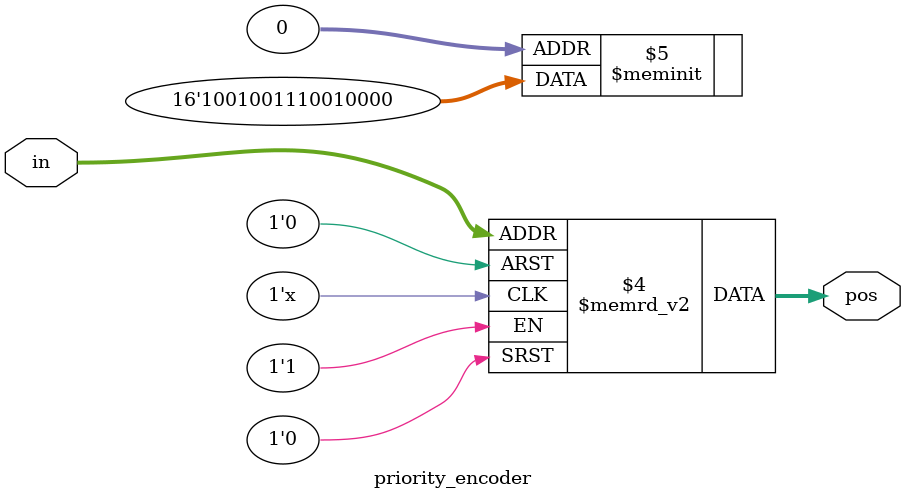
<source format=v>
module priority_encoder( 
input [2:0] in,
output reg [1:0] pos ); 
// When sel=1, assign b to out
always @(*)
begin 
	case(in)
	3'd0: pos=2'd0;	3'd1: pos=2'd0;	3'd2: pos=2'd1;
	3'd3: pos=2'd2;	3'd4: pos=2'd3;	3'd5: pos=2'd0;
	3'd6: pos=2'd1;	3'd7: pos=2'd2;	default: pos=2'd3;
	endcase
end
endmodule

</source>
